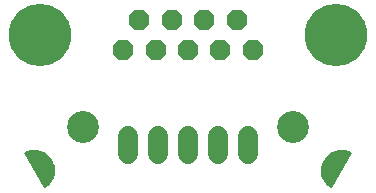
<source format=gbr>
G04 EAGLE Gerber RS-274X export*
G75*
%MOMM*%
%FSLAX34Y34*%
%LPD*%
%INSoldermask Bottom*%
%IPPOS*%
%AMOC8*
5,1,8,0,0,1.08239X$1,22.5*%
G01*
%ADD10P,1.869504X8X22.500000*%
%ADD11C,5.283200*%
%ADD12C,1.203200*%
%ADD13C,2.703200*%
%ADD14C,1.727200*%

G36*
X64027Y36810D02*
X64027Y36810D01*
X64098Y36807D01*
X64125Y36817D01*
X64154Y36819D01*
X64244Y36861D01*
X64284Y36876D01*
X64292Y36884D01*
X64305Y36890D01*
X66608Y38489D01*
X66632Y38515D01*
X66672Y38542D01*
X68681Y40499D01*
X68700Y40528D01*
X68735Y40561D01*
X70394Y42822D01*
X70409Y42853D01*
X70438Y42892D01*
X71702Y45395D01*
X71711Y45429D01*
X71733Y45472D01*
X72569Y48149D01*
X72572Y48183D01*
X72587Y48229D01*
X72970Y51008D01*
X72968Y51042D01*
X72974Y51090D01*
X72895Y53893D01*
X72887Y53927D01*
X72886Y53975D01*
X72347Y56727D01*
X72333Y56759D01*
X72324Y56807D01*
X71339Y59432D01*
X71324Y59457D01*
X71319Y59477D01*
X71311Y59488D01*
X71304Y59507D01*
X69900Y61935D01*
X69877Y61961D01*
X69853Y62003D01*
X68069Y64166D01*
X68042Y64188D01*
X68011Y64225D01*
X65895Y66066D01*
X65865Y66083D01*
X65829Y66115D01*
X63438Y67582D01*
X63406Y67593D01*
X63365Y67619D01*
X60766Y68672D01*
X60732Y68679D01*
X60687Y68697D01*
X57950Y69308D01*
X57915Y69309D01*
X57868Y69320D01*
X55068Y69472D01*
X55034Y69467D01*
X54986Y69470D01*
X52198Y69160D01*
X52165Y69149D01*
X52117Y69144D01*
X49419Y68379D01*
X49389Y68363D01*
X49342Y68350D01*
X46807Y67151D01*
X46783Y67134D01*
X46756Y67124D01*
X46704Y67075D01*
X46647Y67032D01*
X46633Y67007D01*
X46612Y66987D01*
X46583Y66922D01*
X46547Y66861D01*
X46544Y66832D01*
X46532Y66805D01*
X46531Y66734D01*
X46522Y66663D01*
X46530Y66635D01*
X46530Y66606D01*
X46564Y66513D01*
X46576Y66472D01*
X46583Y66463D01*
X46588Y66450D01*
X63588Y37050D01*
X63607Y37028D01*
X63620Y37002D01*
X63673Y36954D01*
X63720Y36901D01*
X63746Y36889D01*
X63768Y36869D01*
X63835Y36846D01*
X63899Y36816D01*
X63928Y36814D01*
X63956Y36805D01*
X64027Y36810D01*
G37*
G36*
X306846Y36811D02*
X306846Y36811D01*
X306917Y36810D01*
X306944Y36821D01*
X306973Y36825D01*
X307035Y36859D01*
X307100Y36887D01*
X307121Y36908D01*
X307146Y36922D01*
X307209Y36998D01*
X307239Y37029D01*
X307243Y37039D01*
X307252Y37050D01*
X324252Y66450D01*
X324261Y66478D01*
X324278Y66502D01*
X324293Y66571D01*
X324315Y66639D01*
X324313Y66668D01*
X324319Y66696D01*
X324306Y66766D01*
X324300Y66837D01*
X324287Y66863D01*
X324281Y66891D01*
X324241Y66950D01*
X324209Y67013D01*
X324186Y67032D01*
X324170Y67056D01*
X324088Y67113D01*
X324055Y67140D01*
X324045Y67143D01*
X324033Y67151D01*
X321498Y68350D01*
X321464Y68358D01*
X321421Y68379D01*
X318723Y69144D01*
X318688Y69146D01*
X318642Y69160D01*
X315854Y69470D01*
X315820Y69467D01*
X315772Y69472D01*
X312972Y69320D01*
X312938Y69311D01*
X312890Y69308D01*
X310153Y68697D01*
X310121Y68683D01*
X310074Y68672D01*
X307475Y67619D01*
X307446Y67600D01*
X307402Y67582D01*
X305011Y66115D01*
X304986Y66091D01*
X304945Y66066D01*
X302829Y64225D01*
X302808Y64198D01*
X302771Y64166D01*
X300987Y62003D01*
X300971Y61972D01*
X300940Y61935D01*
X299536Y59507D01*
X299525Y59474D01*
X299518Y59461D01*
X299508Y59447D01*
X299508Y59444D01*
X299501Y59432D01*
X298516Y56807D01*
X298510Y56772D01*
X298493Y56727D01*
X297954Y53975D01*
X297954Y53941D01*
X297945Y53893D01*
X297866Y51090D01*
X297872Y51056D01*
X297870Y51008D01*
X298253Y48229D01*
X298265Y48197D01*
X298271Y48149D01*
X299107Y45472D01*
X299124Y45441D01*
X299138Y45395D01*
X300402Y42892D01*
X300424Y42865D01*
X300446Y42822D01*
X302105Y40561D01*
X302131Y40538D01*
X302159Y40499D01*
X304168Y38542D01*
X304197Y38523D01*
X304232Y38489D01*
X306535Y36890D01*
X306562Y36878D01*
X306585Y36860D01*
X306653Y36839D01*
X306718Y36811D01*
X306747Y36811D01*
X306775Y36803D01*
X306846Y36811D01*
G37*
D10*
X130556Y153670D03*
X157988Y153670D03*
X185420Y153670D03*
X212852Y153670D03*
X240284Y153670D03*
X144272Y179070D03*
X171704Y179070D03*
X199136Y179070D03*
X226568Y179070D03*
D11*
X60198Y166370D03*
X310642Y166370D03*
D12*
X309320Y55500D03*
X61520Y55500D03*
D13*
X96520Y88900D03*
X274320Y88900D03*
D14*
X236220Y81280D02*
X236220Y66040D01*
X210820Y66040D02*
X210820Y81280D01*
X185420Y81280D02*
X185420Y66040D01*
X160020Y66040D02*
X160020Y81280D01*
X134620Y81280D02*
X134620Y66040D01*
M02*

</source>
